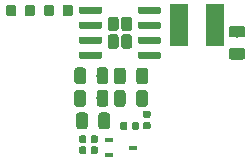
<source format=gtp>
G04 #@! TF.GenerationSoftware,KiCad,Pcbnew,(5.1.4)-1*
G04 #@! TF.CreationDate,2020-03-01T13:43:41+08:00*
G04 #@! TF.ProjectId,Core-Charger,436f7265-2d43-4686-9172-6765722e6b69,rev?*
G04 #@! TF.SameCoordinates,Original*
G04 #@! TF.FileFunction,Paste,Top*
G04 #@! TF.FilePolarity,Positive*
%FSLAX46Y46*%
G04 Gerber Fmt 4.6, Leading zero omitted, Abs format (unit mm)*
G04 Created by KiCad (PCBNEW (5.1.4)-1) date 2020-03-01 13:43:41*
%MOMM*%
%LPD*%
G04 APERTURE LIST*
%ADD10C,0.020000*%
%ADD11C,0.590000*%
%ADD12C,0.975000*%
%ADD13C,0.875000*%
%ADD14R,1.500000X3.600000*%
%ADD15R,0.700000X0.450000*%
%ADD16C,0.920000*%
%ADD17C,0.600000*%
G04 APERTURE END LIST*
D10*
G36*
X139936958Y-94130710D02*
G01*
X139951276Y-94132834D01*
X139965317Y-94136351D01*
X139978946Y-94141228D01*
X139992031Y-94147417D01*
X140004447Y-94154858D01*
X140016073Y-94163481D01*
X140026798Y-94173202D01*
X140036519Y-94183927D01*
X140045142Y-94195553D01*
X140052583Y-94207969D01*
X140058772Y-94221054D01*
X140063649Y-94234683D01*
X140067166Y-94248724D01*
X140069290Y-94263042D01*
X140070000Y-94277500D01*
X140070000Y-94622500D01*
X140069290Y-94636958D01*
X140067166Y-94651276D01*
X140063649Y-94665317D01*
X140058772Y-94678946D01*
X140052583Y-94692031D01*
X140045142Y-94704447D01*
X140036519Y-94716073D01*
X140026798Y-94726798D01*
X140016073Y-94736519D01*
X140004447Y-94745142D01*
X139992031Y-94752583D01*
X139978946Y-94758772D01*
X139965317Y-94763649D01*
X139951276Y-94767166D01*
X139936958Y-94769290D01*
X139922500Y-94770000D01*
X139627500Y-94770000D01*
X139613042Y-94769290D01*
X139598724Y-94767166D01*
X139584683Y-94763649D01*
X139571054Y-94758772D01*
X139557969Y-94752583D01*
X139545553Y-94745142D01*
X139533927Y-94736519D01*
X139523202Y-94726798D01*
X139513481Y-94716073D01*
X139504858Y-94704447D01*
X139497417Y-94692031D01*
X139491228Y-94678946D01*
X139486351Y-94665317D01*
X139482834Y-94651276D01*
X139480710Y-94636958D01*
X139480000Y-94622500D01*
X139480000Y-94277500D01*
X139480710Y-94263042D01*
X139482834Y-94248724D01*
X139486351Y-94234683D01*
X139491228Y-94221054D01*
X139497417Y-94207969D01*
X139504858Y-94195553D01*
X139513481Y-94183927D01*
X139523202Y-94173202D01*
X139533927Y-94163481D01*
X139545553Y-94154858D01*
X139557969Y-94147417D01*
X139571054Y-94141228D01*
X139584683Y-94136351D01*
X139598724Y-94132834D01*
X139613042Y-94130710D01*
X139627500Y-94130000D01*
X139922500Y-94130000D01*
X139936958Y-94130710D01*
X139936958Y-94130710D01*
G37*
D11*
X139775000Y-94450000D03*
D10*
G36*
X138966958Y-94130710D02*
G01*
X138981276Y-94132834D01*
X138995317Y-94136351D01*
X139008946Y-94141228D01*
X139022031Y-94147417D01*
X139034447Y-94154858D01*
X139046073Y-94163481D01*
X139056798Y-94173202D01*
X139066519Y-94183927D01*
X139075142Y-94195553D01*
X139082583Y-94207969D01*
X139088772Y-94221054D01*
X139093649Y-94234683D01*
X139097166Y-94248724D01*
X139099290Y-94263042D01*
X139100000Y-94277500D01*
X139100000Y-94622500D01*
X139099290Y-94636958D01*
X139097166Y-94651276D01*
X139093649Y-94665317D01*
X139088772Y-94678946D01*
X139082583Y-94692031D01*
X139075142Y-94704447D01*
X139066519Y-94716073D01*
X139056798Y-94726798D01*
X139046073Y-94736519D01*
X139034447Y-94745142D01*
X139022031Y-94752583D01*
X139008946Y-94758772D01*
X138995317Y-94763649D01*
X138981276Y-94767166D01*
X138966958Y-94769290D01*
X138952500Y-94770000D01*
X138657500Y-94770000D01*
X138643042Y-94769290D01*
X138628724Y-94767166D01*
X138614683Y-94763649D01*
X138601054Y-94758772D01*
X138587969Y-94752583D01*
X138575553Y-94745142D01*
X138563927Y-94736519D01*
X138553202Y-94726798D01*
X138543481Y-94716073D01*
X138534858Y-94704447D01*
X138527417Y-94692031D01*
X138521228Y-94678946D01*
X138516351Y-94665317D01*
X138512834Y-94651276D01*
X138510710Y-94636958D01*
X138510000Y-94622500D01*
X138510000Y-94277500D01*
X138510710Y-94263042D01*
X138512834Y-94248724D01*
X138516351Y-94234683D01*
X138521228Y-94221054D01*
X138527417Y-94207969D01*
X138534858Y-94195553D01*
X138543481Y-94183927D01*
X138553202Y-94173202D01*
X138563927Y-94163481D01*
X138575553Y-94154858D01*
X138587969Y-94147417D01*
X138601054Y-94141228D01*
X138614683Y-94136351D01*
X138628724Y-94132834D01*
X138643042Y-94130710D01*
X138657500Y-94130000D01*
X138952500Y-94130000D01*
X138966958Y-94130710D01*
X138966958Y-94130710D01*
G37*
D11*
X138805000Y-94450000D03*
D10*
G36*
X138727642Y-91411174D02*
G01*
X138751303Y-91414684D01*
X138774507Y-91420496D01*
X138797029Y-91428554D01*
X138818653Y-91438782D01*
X138839170Y-91451079D01*
X138858383Y-91465329D01*
X138876107Y-91481393D01*
X138892171Y-91499117D01*
X138906421Y-91518330D01*
X138918718Y-91538847D01*
X138928946Y-91560471D01*
X138937004Y-91582993D01*
X138942816Y-91606197D01*
X138946326Y-91629858D01*
X138947500Y-91653750D01*
X138947500Y-92566250D01*
X138946326Y-92590142D01*
X138942816Y-92613803D01*
X138937004Y-92637007D01*
X138928946Y-92659529D01*
X138918718Y-92681153D01*
X138906421Y-92701670D01*
X138892171Y-92720883D01*
X138876107Y-92738607D01*
X138858383Y-92754671D01*
X138839170Y-92768921D01*
X138818653Y-92781218D01*
X138797029Y-92791446D01*
X138774507Y-92799504D01*
X138751303Y-92805316D01*
X138727642Y-92808826D01*
X138703750Y-92810000D01*
X138216250Y-92810000D01*
X138192358Y-92808826D01*
X138168697Y-92805316D01*
X138145493Y-92799504D01*
X138122971Y-92791446D01*
X138101347Y-92781218D01*
X138080830Y-92768921D01*
X138061617Y-92754671D01*
X138043893Y-92738607D01*
X138027829Y-92720883D01*
X138013579Y-92701670D01*
X138001282Y-92681153D01*
X137991054Y-92659529D01*
X137982996Y-92637007D01*
X137977184Y-92613803D01*
X137973674Y-92590142D01*
X137972500Y-92566250D01*
X137972500Y-91653750D01*
X137973674Y-91629858D01*
X137977184Y-91606197D01*
X137982996Y-91582993D01*
X137991054Y-91560471D01*
X138001282Y-91538847D01*
X138013579Y-91518330D01*
X138027829Y-91499117D01*
X138043893Y-91481393D01*
X138061617Y-91465329D01*
X138080830Y-91451079D01*
X138101347Y-91438782D01*
X138122971Y-91428554D01*
X138145493Y-91420496D01*
X138168697Y-91414684D01*
X138192358Y-91411174D01*
X138216250Y-91410000D01*
X138703750Y-91410000D01*
X138727642Y-91411174D01*
X138727642Y-91411174D01*
G37*
D12*
X138460000Y-92110000D03*
D10*
G36*
X140602642Y-91411174D02*
G01*
X140626303Y-91414684D01*
X140649507Y-91420496D01*
X140672029Y-91428554D01*
X140693653Y-91438782D01*
X140714170Y-91451079D01*
X140733383Y-91465329D01*
X140751107Y-91481393D01*
X140767171Y-91499117D01*
X140781421Y-91518330D01*
X140793718Y-91538847D01*
X140803946Y-91560471D01*
X140812004Y-91582993D01*
X140817816Y-91606197D01*
X140821326Y-91629858D01*
X140822500Y-91653750D01*
X140822500Y-92566250D01*
X140821326Y-92590142D01*
X140817816Y-92613803D01*
X140812004Y-92637007D01*
X140803946Y-92659529D01*
X140793718Y-92681153D01*
X140781421Y-92701670D01*
X140767171Y-92720883D01*
X140751107Y-92738607D01*
X140733383Y-92754671D01*
X140714170Y-92768921D01*
X140693653Y-92781218D01*
X140672029Y-92791446D01*
X140649507Y-92799504D01*
X140626303Y-92805316D01*
X140602642Y-92808826D01*
X140578750Y-92810000D01*
X140091250Y-92810000D01*
X140067358Y-92808826D01*
X140043697Y-92805316D01*
X140020493Y-92799504D01*
X139997971Y-92791446D01*
X139976347Y-92781218D01*
X139955830Y-92768921D01*
X139936617Y-92754671D01*
X139918893Y-92738607D01*
X139902829Y-92720883D01*
X139888579Y-92701670D01*
X139876282Y-92681153D01*
X139866054Y-92659529D01*
X139857996Y-92637007D01*
X139852184Y-92613803D01*
X139848674Y-92590142D01*
X139847500Y-92566250D01*
X139847500Y-91653750D01*
X139848674Y-91629858D01*
X139852184Y-91606197D01*
X139857996Y-91582993D01*
X139866054Y-91560471D01*
X139876282Y-91538847D01*
X139888579Y-91518330D01*
X139902829Y-91499117D01*
X139918893Y-91481393D01*
X139936617Y-91465329D01*
X139955830Y-91451079D01*
X139976347Y-91438782D01*
X139997971Y-91428554D01*
X140020493Y-91420496D01*
X140043697Y-91414684D01*
X140067358Y-91411174D01*
X140091250Y-91410000D01*
X140578750Y-91410000D01*
X140602642Y-91411174D01*
X140602642Y-91411174D01*
G37*
D12*
X140335000Y-92110000D03*
D10*
G36*
X148870142Y-87851174D02*
G01*
X148893803Y-87854684D01*
X148917007Y-87860496D01*
X148939529Y-87868554D01*
X148961153Y-87878782D01*
X148981670Y-87891079D01*
X149000883Y-87905329D01*
X149018607Y-87921393D01*
X149034671Y-87939117D01*
X149048921Y-87958330D01*
X149061218Y-87978847D01*
X149071446Y-88000471D01*
X149079504Y-88022993D01*
X149085316Y-88046197D01*
X149088826Y-88069858D01*
X149090000Y-88093750D01*
X149090000Y-88581250D01*
X149088826Y-88605142D01*
X149085316Y-88628803D01*
X149079504Y-88652007D01*
X149071446Y-88674529D01*
X149061218Y-88696153D01*
X149048921Y-88716670D01*
X149034671Y-88735883D01*
X149018607Y-88753607D01*
X149000883Y-88769671D01*
X148981670Y-88783921D01*
X148961153Y-88796218D01*
X148939529Y-88806446D01*
X148917007Y-88814504D01*
X148893803Y-88820316D01*
X148870142Y-88823826D01*
X148846250Y-88825000D01*
X147933750Y-88825000D01*
X147909858Y-88823826D01*
X147886197Y-88820316D01*
X147862993Y-88814504D01*
X147840471Y-88806446D01*
X147818847Y-88796218D01*
X147798330Y-88783921D01*
X147779117Y-88769671D01*
X147761393Y-88753607D01*
X147745329Y-88735883D01*
X147731079Y-88716670D01*
X147718782Y-88696153D01*
X147708554Y-88674529D01*
X147700496Y-88652007D01*
X147694684Y-88628803D01*
X147691174Y-88605142D01*
X147690000Y-88581250D01*
X147690000Y-88093750D01*
X147691174Y-88069858D01*
X147694684Y-88046197D01*
X147700496Y-88022993D01*
X147708554Y-88000471D01*
X147718782Y-87978847D01*
X147731079Y-87958330D01*
X147745329Y-87939117D01*
X147761393Y-87921393D01*
X147779117Y-87905329D01*
X147798330Y-87891079D01*
X147818847Y-87878782D01*
X147840471Y-87868554D01*
X147862993Y-87860496D01*
X147886197Y-87854684D01*
X147909858Y-87851174D01*
X147933750Y-87850000D01*
X148846250Y-87850000D01*
X148870142Y-87851174D01*
X148870142Y-87851174D01*
G37*
D12*
X148390000Y-88337500D03*
D10*
G36*
X148870142Y-85976174D02*
G01*
X148893803Y-85979684D01*
X148917007Y-85985496D01*
X148939529Y-85993554D01*
X148961153Y-86003782D01*
X148981670Y-86016079D01*
X149000883Y-86030329D01*
X149018607Y-86046393D01*
X149034671Y-86064117D01*
X149048921Y-86083330D01*
X149061218Y-86103847D01*
X149071446Y-86125471D01*
X149079504Y-86147993D01*
X149085316Y-86171197D01*
X149088826Y-86194858D01*
X149090000Y-86218750D01*
X149090000Y-86706250D01*
X149088826Y-86730142D01*
X149085316Y-86753803D01*
X149079504Y-86777007D01*
X149071446Y-86799529D01*
X149061218Y-86821153D01*
X149048921Y-86841670D01*
X149034671Y-86860883D01*
X149018607Y-86878607D01*
X149000883Y-86894671D01*
X148981670Y-86908921D01*
X148961153Y-86921218D01*
X148939529Y-86931446D01*
X148917007Y-86939504D01*
X148893803Y-86945316D01*
X148870142Y-86948826D01*
X148846250Y-86950000D01*
X147933750Y-86950000D01*
X147909858Y-86948826D01*
X147886197Y-86945316D01*
X147862993Y-86939504D01*
X147840471Y-86931446D01*
X147818847Y-86921218D01*
X147798330Y-86908921D01*
X147779117Y-86894671D01*
X147761393Y-86878607D01*
X147745329Y-86860883D01*
X147731079Y-86841670D01*
X147718782Y-86821153D01*
X147708554Y-86799529D01*
X147700496Y-86777007D01*
X147694684Y-86753803D01*
X147691174Y-86730142D01*
X147690000Y-86706250D01*
X147690000Y-86218750D01*
X147691174Y-86194858D01*
X147694684Y-86171197D01*
X147700496Y-86147993D01*
X147708554Y-86125471D01*
X147718782Y-86103847D01*
X147731079Y-86083330D01*
X147745329Y-86064117D01*
X147761393Y-86046393D01*
X147779117Y-86030329D01*
X147798330Y-86016079D01*
X147818847Y-86003782D01*
X147840471Y-85993554D01*
X147862993Y-85985496D01*
X147886197Y-85979684D01*
X147909858Y-85976174D01*
X147933750Y-85975000D01*
X148846250Y-85975000D01*
X148870142Y-85976174D01*
X148870142Y-85976174D01*
G37*
D12*
X148390000Y-86462500D03*
D10*
G36*
X135370142Y-91411174D02*
G01*
X135393803Y-91414684D01*
X135417007Y-91420496D01*
X135439529Y-91428554D01*
X135461153Y-91438782D01*
X135481670Y-91451079D01*
X135500883Y-91465329D01*
X135518607Y-91481393D01*
X135534671Y-91499117D01*
X135548921Y-91518330D01*
X135561218Y-91538847D01*
X135571446Y-91560471D01*
X135579504Y-91582993D01*
X135585316Y-91606197D01*
X135588826Y-91629858D01*
X135590000Y-91653750D01*
X135590000Y-92566250D01*
X135588826Y-92590142D01*
X135585316Y-92613803D01*
X135579504Y-92637007D01*
X135571446Y-92659529D01*
X135561218Y-92681153D01*
X135548921Y-92701670D01*
X135534671Y-92720883D01*
X135518607Y-92738607D01*
X135500883Y-92754671D01*
X135481670Y-92768921D01*
X135461153Y-92781218D01*
X135439529Y-92791446D01*
X135417007Y-92799504D01*
X135393803Y-92805316D01*
X135370142Y-92808826D01*
X135346250Y-92810000D01*
X134858750Y-92810000D01*
X134834858Y-92808826D01*
X134811197Y-92805316D01*
X134787993Y-92799504D01*
X134765471Y-92791446D01*
X134743847Y-92781218D01*
X134723330Y-92768921D01*
X134704117Y-92754671D01*
X134686393Y-92738607D01*
X134670329Y-92720883D01*
X134656079Y-92701670D01*
X134643782Y-92681153D01*
X134633554Y-92659529D01*
X134625496Y-92637007D01*
X134619684Y-92613803D01*
X134616174Y-92590142D01*
X134615000Y-92566250D01*
X134615000Y-91653750D01*
X134616174Y-91629858D01*
X134619684Y-91606197D01*
X134625496Y-91582993D01*
X134633554Y-91560471D01*
X134643782Y-91538847D01*
X134656079Y-91518330D01*
X134670329Y-91499117D01*
X134686393Y-91481393D01*
X134704117Y-91465329D01*
X134723330Y-91451079D01*
X134743847Y-91438782D01*
X134765471Y-91428554D01*
X134787993Y-91420496D01*
X134811197Y-91414684D01*
X134834858Y-91411174D01*
X134858750Y-91410000D01*
X135346250Y-91410000D01*
X135370142Y-91411174D01*
X135370142Y-91411174D01*
G37*
D12*
X135102500Y-92110000D03*
D10*
G36*
X137245142Y-91411174D02*
G01*
X137268803Y-91414684D01*
X137292007Y-91420496D01*
X137314529Y-91428554D01*
X137336153Y-91438782D01*
X137356670Y-91451079D01*
X137375883Y-91465329D01*
X137393607Y-91481393D01*
X137409671Y-91499117D01*
X137423921Y-91518330D01*
X137436218Y-91538847D01*
X137446446Y-91560471D01*
X137454504Y-91582993D01*
X137460316Y-91606197D01*
X137463826Y-91629858D01*
X137465000Y-91653750D01*
X137465000Y-92566250D01*
X137463826Y-92590142D01*
X137460316Y-92613803D01*
X137454504Y-92637007D01*
X137446446Y-92659529D01*
X137436218Y-92681153D01*
X137423921Y-92701670D01*
X137409671Y-92720883D01*
X137393607Y-92738607D01*
X137375883Y-92754671D01*
X137356670Y-92768921D01*
X137336153Y-92781218D01*
X137314529Y-92791446D01*
X137292007Y-92799504D01*
X137268803Y-92805316D01*
X137245142Y-92808826D01*
X137221250Y-92810000D01*
X136733750Y-92810000D01*
X136709858Y-92808826D01*
X136686197Y-92805316D01*
X136662993Y-92799504D01*
X136640471Y-92791446D01*
X136618847Y-92781218D01*
X136598330Y-92768921D01*
X136579117Y-92754671D01*
X136561393Y-92738607D01*
X136545329Y-92720883D01*
X136531079Y-92701670D01*
X136518782Y-92681153D01*
X136508554Y-92659529D01*
X136500496Y-92637007D01*
X136494684Y-92613803D01*
X136491174Y-92590142D01*
X136490000Y-92566250D01*
X136490000Y-91653750D01*
X136491174Y-91629858D01*
X136494684Y-91606197D01*
X136500496Y-91582993D01*
X136508554Y-91560471D01*
X136518782Y-91538847D01*
X136531079Y-91518330D01*
X136545329Y-91499117D01*
X136561393Y-91481393D01*
X136579117Y-91465329D01*
X136598330Y-91451079D01*
X136618847Y-91438782D01*
X136640471Y-91428554D01*
X136662993Y-91420496D01*
X136686197Y-91414684D01*
X136709858Y-91411174D01*
X136733750Y-91410000D01*
X137221250Y-91410000D01*
X137245142Y-91411174D01*
X137245142Y-91411174D01*
G37*
D12*
X136977500Y-92110000D03*
D10*
G36*
X137405142Y-93311174D02*
G01*
X137428803Y-93314684D01*
X137452007Y-93320496D01*
X137474529Y-93328554D01*
X137496153Y-93338782D01*
X137516670Y-93351079D01*
X137535883Y-93365329D01*
X137553607Y-93381393D01*
X137569671Y-93399117D01*
X137583921Y-93418330D01*
X137596218Y-93438847D01*
X137606446Y-93460471D01*
X137614504Y-93482993D01*
X137620316Y-93506197D01*
X137623826Y-93529858D01*
X137625000Y-93553750D01*
X137625000Y-94466250D01*
X137623826Y-94490142D01*
X137620316Y-94513803D01*
X137614504Y-94537007D01*
X137606446Y-94559529D01*
X137596218Y-94581153D01*
X137583921Y-94601670D01*
X137569671Y-94620883D01*
X137553607Y-94638607D01*
X137535883Y-94654671D01*
X137516670Y-94668921D01*
X137496153Y-94681218D01*
X137474529Y-94691446D01*
X137452007Y-94699504D01*
X137428803Y-94705316D01*
X137405142Y-94708826D01*
X137381250Y-94710000D01*
X136893750Y-94710000D01*
X136869858Y-94708826D01*
X136846197Y-94705316D01*
X136822993Y-94699504D01*
X136800471Y-94691446D01*
X136778847Y-94681218D01*
X136758330Y-94668921D01*
X136739117Y-94654671D01*
X136721393Y-94638607D01*
X136705329Y-94620883D01*
X136691079Y-94601670D01*
X136678782Y-94581153D01*
X136668554Y-94559529D01*
X136660496Y-94537007D01*
X136654684Y-94513803D01*
X136651174Y-94490142D01*
X136650000Y-94466250D01*
X136650000Y-93553750D01*
X136651174Y-93529858D01*
X136654684Y-93506197D01*
X136660496Y-93482993D01*
X136668554Y-93460471D01*
X136678782Y-93438847D01*
X136691079Y-93418330D01*
X136705329Y-93399117D01*
X136721393Y-93381393D01*
X136739117Y-93365329D01*
X136758330Y-93351079D01*
X136778847Y-93338782D01*
X136800471Y-93328554D01*
X136822993Y-93320496D01*
X136846197Y-93314684D01*
X136869858Y-93311174D01*
X136893750Y-93310000D01*
X137381250Y-93310000D01*
X137405142Y-93311174D01*
X137405142Y-93311174D01*
G37*
D12*
X137137500Y-94010000D03*
D10*
G36*
X135530142Y-93311174D02*
G01*
X135553803Y-93314684D01*
X135577007Y-93320496D01*
X135599529Y-93328554D01*
X135621153Y-93338782D01*
X135641670Y-93351079D01*
X135660883Y-93365329D01*
X135678607Y-93381393D01*
X135694671Y-93399117D01*
X135708921Y-93418330D01*
X135721218Y-93438847D01*
X135731446Y-93460471D01*
X135739504Y-93482993D01*
X135745316Y-93506197D01*
X135748826Y-93529858D01*
X135750000Y-93553750D01*
X135750000Y-94466250D01*
X135748826Y-94490142D01*
X135745316Y-94513803D01*
X135739504Y-94537007D01*
X135731446Y-94559529D01*
X135721218Y-94581153D01*
X135708921Y-94601670D01*
X135694671Y-94620883D01*
X135678607Y-94638607D01*
X135660883Y-94654671D01*
X135641670Y-94668921D01*
X135621153Y-94681218D01*
X135599529Y-94691446D01*
X135577007Y-94699504D01*
X135553803Y-94705316D01*
X135530142Y-94708826D01*
X135506250Y-94710000D01*
X135018750Y-94710000D01*
X134994858Y-94708826D01*
X134971197Y-94705316D01*
X134947993Y-94699504D01*
X134925471Y-94691446D01*
X134903847Y-94681218D01*
X134883330Y-94668921D01*
X134864117Y-94654671D01*
X134846393Y-94638607D01*
X134830329Y-94620883D01*
X134816079Y-94601670D01*
X134803782Y-94581153D01*
X134793554Y-94559529D01*
X134785496Y-94537007D01*
X134779684Y-94513803D01*
X134776174Y-94490142D01*
X134775000Y-94466250D01*
X134775000Y-93553750D01*
X134776174Y-93529858D01*
X134779684Y-93506197D01*
X134785496Y-93482993D01*
X134793554Y-93460471D01*
X134803782Y-93438847D01*
X134816079Y-93418330D01*
X134830329Y-93399117D01*
X134846393Y-93381393D01*
X134864117Y-93365329D01*
X134883330Y-93351079D01*
X134903847Y-93338782D01*
X134925471Y-93328554D01*
X134947993Y-93320496D01*
X134971197Y-93314684D01*
X134994858Y-93311174D01*
X135018750Y-93310000D01*
X135506250Y-93310000D01*
X135530142Y-93311174D01*
X135530142Y-93311174D01*
G37*
D12*
X135262500Y-94010000D03*
D10*
G36*
X135377642Y-89501174D02*
G01*
X135401303Y-89504684D01*
X135424507Y-89510496D01*
X135447029Y-89518554D01*
X135468653Y-89528782D01*
X135489170Y-89541079D01*
X135508383Y-89555329D01*
X135526107Y-89571393D01*
X135542171Y-89589117D01*
X135556421Y-89608330D01*
X135568718Y-89628847D01*
X135578946Y-89650471D01*
X135587004Y-89672993D01*
X135592816Y-89696197D01*
X135596326Y-89719858D01*
X135597500Y-89743750D01*
X135597500Y-90656250D01*
X135596326Y-90680142D01*
X135592816Y-90703803D01*
X135587004Y-90727007D01*
X135578946Y-90749529D01*
X135568718Y-90771153D01*
X135556421Y-90791670D01*
X135542171Y-90810883D01*
X135526107Y-90828607D01*
X135508383Y-90844671D01*
X135489170Y-90858921D01*
X135468653Y-90871218D01*
X135447029Y-90881446D01*
X135424507Y-90889504D01*
X135401303Y-90895316D01*
X135377642Y-90898826D01*
X135353750Y-90900000D01*
X134866250Y-90900000D01*
X134842358Y-90898826D01*
X134818697Y-90895316D01*
X134795493Y-90889504D01*
X134772971Y-90881446D01*
X134751347Y-90871218D01*
X134730830Y-90858921D01*
X134711617Y-90844671D01*
X134693893Y-90828607D01*
X134677829Y-90810883D01*
X134663579Y-90791670D01*
X134651282Y-90771153D01*
X134641054Y-90749529D01*
X134632996Y-90727007D01*
X134627184Y-90703803D01*
X134623674Y-90680142D01*
X134622500Y-90656250D01*
X134622500Y-89743750D01*
X134623674Y-89719858D01*
X134627184Y-89696197D01*
X134632996Y-89672993D01*
X134641054Y-89650471D01*
X134651282Y-89628847D01*
X134663579Y-89608330D01*
X134677829Y-89589117D01*
X134693893Y-89571393D01*
X134711617Y-89555329D01*
X134730830Y-89541079D01*
X134751347Y-89528782D01*
X134772971Y-89518554D01*
X134795493Y-89510496D01*
X134818697Y-89504684D01*
X134842358Y-89501174D01*
X134866250Y-89500000D01*
X135353750Y-89500000D01*
X135377642Y-89501174D01*
X135377642Y-89501174D01*
G37*
D12*
X135110000Y-90200000D03*
D10*
G36*
X137252642Y-89501174D02*
G01*
X137276303Y-89504684D01*
X137299507Y-89510496D01*
X137322029Y-89518554D01*
X137343653Y-89528782D01*
X137364170Y-89541079D01*
X137383383Y-89555329D01*
X137401107Y-89571393D01*
X137417171Y-89589117D01*
X137431421Y-89608330D01*
X137443718Y-89628847D01*
X137453946Y-89650471D01*
X137462004Y-89672993D01*
X137467816Y-89696197D01*
X137471326Y-89719858D01*
X137472500Y-89743750D01*
X137472500Y-90656250D01*
X137471326Y-90680142D01*
X137467816Y-90703803D01*
X137462004Y-90727007D01*
X137453946Y-90749529D01*
X137443718Y-90771153D01*
X137431421Y-90791670D01*
X137417171Y-90810883D01*
X137401107Y-90828607D01*
X137383383Y-90844671D01*
X137364170Y-90858921D01*
X137343653Y-90871218D01*
X137322029Y-90881446D01*
X137299507Y-90889504D01*
X137276303Y-90895316D01*
X137252642Y-90898826D01*
X137228750Y-90900000D01*
X136741250Y-90900000D01*
X136717358Y-90898826D01*
X136693697Y-90895316D01*
X136670493Y-90889504D01*
X136647971Y-90881446D01*
X136626347Y-90871218D01*
X136605830Y-90858921D01*
X136586617Y-90844671D01*
X136568893Y-90828607D01*
X136552829Y-90810883D01*
X136538579Y-90791670D01*
X136526282Y-90771153D01*
X136516054Y-90749529D01*
X136507996Y-90727007D01*
X136502184Y-90703803D01*
X136498674Y-90680142D01*
X136497500Y-90656250D01*
X136497500Y-89743750D01*
X136498674Y-89719858D01*
X136502184Y-89696197D01*
X136507996Y-89672993D01*
X136516054Y-89650471D01*
X136526282Y-89628847D01*
X136538579Y-89608330D01*
X136552829Y-89589117D01*
X136568893Y-89571393D01*
X136586617Y-89555329D01*
X136605830Y-89541079D01*
X136626347Y-89528782D01*
X136647971Y-89518554D01*
X136670493Y-89510496D01*
X136693697Y-89504684D01*
X136717358Y-89501174D01*
X136741250Y-89500000D01*
X137228750Y-89500000D01*
X137252642Y-89501174D01*
X137252642Y-89501174D01*
G37*
D12*
X136985000Y-90200000D03*
D10*
G36*
X129512691Y-84206053D02*
G01*
X129533926Y-84209203D01*
X129554750Y-84214419D01*
X129574962Y-84221651D01*
X129594368Y-84230830D01*
X129612781Y-84241866D01*
X129630024Y-84254654D01*
X129645930Y-84269070D01*
X129660346Y-84284976D01*
X129673134Y-84302219D01*
X129684170Y-84320632D01*
X129693349Y-84340038D01*
X129700581Y-84360250D01*
X129705797Y-84381074D01*
X129708947Y-84402309D01*
X129710000Y-84423750D01*
X129710000Y-84936250D01*
X129708947Y-84957691D01*
X129705797Y-84978926D01*
X129700581Y-84999750D01*
X129693349Y-85019962D01*
X129684170Y-85039368D01*
X129673134Y-85057781D01*
X129660346Y-85075024D01*
X129645930Y-85090930D01*
X129630024Y-85105346D01*
X129612781Y-85118134D01*
X129594368Y-85129170D01*
X129574962Y-85138349D01*
X129554750Y-85145581D01*
X129533926Y-85150797D01*
X129512691Y-85153947D01*
X129491250Y-85155000D01*
X129053750Y-85155000D01*
X129032309Y-85153947D01*
X129011074Y-85150797D01*
X128990250Y-85145581D01*
X128970038Y-85138349D01*
X128950632Y-85129170D01*
X128932219Y-85118134D01*
X128914976Y-85105346D01*
X128899070Y-85090930D01*
X128884654Y-85075024D01*
X128871866Y-85057781D01*
X128860830Y-85039368D01*
X128851651Y-85019962D01*
X128844419Y-84999750D01*
X128839203Y-84978926D01*
X128836053Y-84957691D01*
X128835000Y-84936250D01*
X128835000Y-84423750D01*
X128836053Y-84402309D01*
X128839203Y-84381074D01*
X128844419Y-84360250D01*
X128851651Y-84340038D01*
X128860830Y-84320632D01*
X128871866Y-84302219D01*
X128884654Y-84284976D01*
X128899070Y-84269070D01*
X128914976Y-84254654D01*
X128932219Y-84241866D01*
X128950632Y-84230830D01*
X128970038Y-84221651D01*
X128990250Y-84214419D01*
X129011074Y-84209203D01*
X129032309Y-84206053D01*
X129053750Y-84205000D01*
X129491250Y-84205000D01*
X129512691Y-84206053D01*
X129512691Y-84206053D01*
G37*
D13*
X129272500Y-84680000D03*
D10*
G36*
X131087691Y-84206053D02*
G01*
X131108926Y-84209203D01*
X131129750Y-84214419D01*
X131149962Y-84221651D01*
X131169368Y-84230830D01*
X131187781Y-84241866D01*
X131205024Y-84254654D01*
X131220930Y-84269070D01*
X131235346Y-84284976D01*
X131248134Y-84302219D01*
X131259170Y-84320632D01*
X131268349Y-84340038D01*
X131275581Y-84360250D01*
X131280797Y-84381074D01*
X131283947Y-84402309D01*
X131285000Y-84423750D01*
X131285000Y-84936250D01*
X131283947Y-84957691D01*
X131280797Y-84978926D01*
X131275581Y-84999750D01*
X131268349Y-85019962D01*
X131259170Y-85039368D01*
X131248134Y-85057781D01*
X131235346Y-85075024D01*
X131220930Y-85090930D01*
X131205024Y-85105346D01*
X131187781Y-85118134D01*
X131169368Y-85129170D01*
X131149962Y-85138349D01*
X131129750Y-85145581D01*
X131108926Y-85150797D01*
X131087691Y-85153947D01*
X131066250Y-85155000D01*
X130628750Y-85155000D01*
X130607309Y-85153947D01*
X130586074Y-85150797D01*
X130565250Y-85145581D01*
X130545038Y-85138349D01*
X130525632Y-85129170D01*
X130507219Y-85118134D01*
X130489976Y-85105346D01*
X130474070Y-85090930D01*
X130459654Y-85075024D01*
X130446866Y-85057781D01*
X130435830Y-85039368D01*
X130426651Y-85019962D01*
X130419419Y-84999750D01*
X130414203Y-84978926D01*
X130411053Y-84957691D01*
X130410000Y-84936250D01*
X130410000Y-84423750D01*
X130411053Y-84402309D01*
X130414203Y-84381074D01*
X130419419Y-84360250D01*
X130426651Y-84340038D01*
X130435830Y-84320632D01*
X130446866Y-84302219D01*
X130459654Y-84284976D01*
X130474070Y-84269070D01*
X130489976Y-84254654D01*
X130507219Y-84241866D01*
X130525632Y-84230830D01*
X130545038Y-84221651D01*
X130565250Y-84214419D01*
X130586074Y-84209203D01*
X130607309Y-84206053D01*
X130628750Y-84205000D01*
X131066250Y-84205000D01*
X131087691Y-84206053D01*
X131087691Y-84206053D01*
G37*
D13*
X130847500Y-84680000D03*
D10*
G36*
X132712691Y-84196053D02*
G01*
X132733926Y-84199203D01*
X132754750Y-84204419D01*
X132774962Y-84211651D01*
X132794368Y-84220830D01*
X132812781Y-84231866D01*
X132830024Y-84244654D01*
X132845930Y-84259070D01*
X132860346Y-84274976D01*
X132873134Y-84292219D01*
X132884170Y-84310632D01*
X132893349Y-84330038D01*
X132900581Y-84350250D01*
X132905797Y-84371074D01*
X132908947Y-84392309D01*
X132910000Y-84413750D01*
X132910000Y-84926250D01*
X132908947Y-84947691D01*
X132905797Y-84968926D01*
X132900581Y-84989750D01*
X132893349Y-85009962D01*
X132884170Y-85029368D01*
X132873134Y-85047781D01*
X132860346Y-85065024D01*
X132845930Y-85080930D01*
X132830024Y-85095346D01*
X132812781Y-85108134D01*
X132794368Y-85119170D01*
X132774962Y-85128349D01*
X132754750Y-85135581D01*
X132733926Y-85140797D01*
X132712691Y-85143947D01*
X132691250Y-85145000D01*
X132253750Y-85145000D01*
X132232309Y-85143947D01*
X132211074Y-85140797D01*
X132190250Y-85135581D01*
X132170038Y-85128349D01*
X132150632Y-85119170D01*
X132132219Y-85108134D01*
X132114976Y-85095346D01*
X132099070Y-85080930D01*
X132084654Y-85065024D01*
X132071866Y-85047781D01*
X132060830Y-85029368D01*
X132051651Y-85009962D01*
X132044419Y-84989750D01*
X132039203Y-84968926D01*
X132036053Y-84947691D01*
X132035000Y-84926250D01*
X132035000Y-84413750D01*
X132036053Y-84392309D01*
X132039203Y-84371074D01*
X132044419Y-84350250D01*
X132051651Y-84330038D01*
X132060830Y-84310632D01*
X132071866Y-84292219D01*
X132084654Y-84274976D01*
X132099070Y-84259070D01*
X132114976Y-84244654D01*
X132132219Y-84231866D01*
X132150632Y-84220830D01*
X132170038Y-84211651D01*
X132190250Y-84204419D01*
X132211074Y-84199203D01*
X132232309Y-84196053D01*
X132253750Y-84195000D01*
X132691250Y-84195000D01*
X132712691Y-84196053D01*
X132712691Y-84196053D01*
G37*
D13*
X132472500Y-84670000D03*
D10*
G36*
X134287691Y-84196053D02*
G01*
X134308926Y-84199203D01*
X134329750Y-84204419D01*
X134349962Y-84211651D01*
X134369368Y-84220830D01*
X134387781Y-84231866D01*
X134405024Y-84244654D01*
X134420930Y-84259070D01*
X134435346Y-84274976D01*
X134448134Y-84292219D01*
X134459170Y-84310632D01*
X134468349Y-84330038D01*
X134475581Y-84350250D01*
X134480797Y-84371074D01*
X134483947Y-84392309D01*
X134485000Y-84413750D01*
X134485000Y-84926250D01*
X134483947Y-84947691D01*
X134480797Y-84968926D01*
X134475581Y-84989750D01*
X134468349Y-85009962D01*
X134459170Y-85029368D01*
X134448134Y-85047781D01*
X134435346Y-85065024D01*
X134420930Y-85080930D01*
X134405024Y-85095346D01*
X134387781Y-85108134D01*
X134369368Y-85119170D01*
X134349962Y-85128349D01*
X134329750Y-85135581D01*
X134308926Y-85140797D01*
X134287691Y-85143947D01*
X134266250Y-85145000D01*
X133828750Y-85145000D01*
X133807309Y-85143947D01*
X133786074Y-85140797D01*
X133765250Y-85135581D01*
X133745038Y-85128349D01*
X133725632Y-85119170D01*
X133707219Y-85108134D01*
X133689976Y-85095346D01*
X133674070Y-85080930D01*
X133659654Y-85065024D01*
X133646866Y-85047781D01*
X133635830Y-85029368D01*
X133626651Y-85009962D01*
X133619419Y-84989750D01*
X133614203Y-84968926D01*
X133611053Y-84947691D01*
X133610000Y-84926250D01*
X133610000Y-84413750D01*
X133611053Y-84392309D01*
X133614203Y-84371074D01*
X133619419Y-84350250D01*
X133626651Y-84330038D01*
X133635830Y-84310632D01*
X133646866Y-84292219D01*
X133659654Y-84274976D01*
X133674070Y-84259070D01*
X133689976Y-84244654D01*
X133707219Y-84231866D01*
X133725632Y-84220830D01*
X133745038Y-84211651D01*
X133765250Y-84204419D01*
X133786074Y-84199203D01*
X133807309Y-84196053D01*
X133828750Y-84195000D01*
X134266250Y-84195000D01*
X134287691Y-84196053D01*
X134287691Y-84196053D01*
G37*
D13*
X134047500Y-84670000D03*
D14*
X143435000Y-85900000D03*
X146485000Y-85900000D03*
D15*
X137580000Y-95650000D03*
X137580000Y-96950000D03*
X139580000Y-96300000D03*
D10*
G36*
X136456958Y-95250710D02*
G01*
X136471276Y-95252834D01*
X136485317Y-95256351D01*
X136498946Y-95261228D01*
X136512031Y-95267417D01*
X136524447Y-95274858D01*
X136536073Y-95283481D01*
X136546798Y-95293202D01*
X136556519Y-95303927D01*
X136565142Y-95315553D01*
X136572583Y-95327969D01*
X136578772Y-95341054D01*
X136583649Y-95354683D01*
X136587166Y-95368724D01*
X136589290Y-95383042D01*
X136590000Y-95397500D01*
X136590000Y-95742500D01*
X136589290Y-95756958D01*
X136587166Y-95771276D01*
X136583649Y-95785317D01*
X136578772Y-95798946D01*
X136572583Y-95812031D01*
X136565142Y-95824447D01*
X136556519Y-95836073D01*
X136546798Y-95846798D01*
X136536073Y-95856519D01*
X136524447Y-95865142D01*
X136512031Y-95872583D01*
X136498946Y-95878772D01*
X136485317Y-95883649D01*
X136471276Y-95887166D01*
X136456958Y-95889290D01*
X136442500Y-95890000D01*
X136147500Y-95890000D01*
X136133042Y-95889290D01*
X136118724Y-95887166D01*
X136104683Y-95883649D01*
X136091054Y-95878772D01*
X136077969Y-95872583D01*
X136065553Y-95865142D01*
X136053927Y-95856519D01*
X136043202Y-95846798D01*
X136033481Y-95836073D01*
X136024858Y-95824447D01*
X136017417Y-95812031D01*
X136011228Y-95798946D01*
X136006351Y-95785317D01*
X136002834Y-95771276D01*
X136000710Y-95756958D01*
X136000000Y-95742500D01*
X136000000Y-95397500D01*
X136000710Y-95383042D01*
X136002834Y-95368724D01*
X136006351Y-95354683D01*
X136011228Y-95341054D01*
X136017417Y-95327969D01*
X136024858Y-95315553D01*
X136033481Y-95303927D01*
X136043202Y-95293202D01*
X136053927Y-95283481D01*
X136065553Y-95274858D01*
X136077969Y-95267417D01*
X136091054Y-95261228D01*
X136104683Y-95256351D01*
X136118724Y-95252834D01*
X136133042Y-95250710D01*
X136147500Y-95250000D01*
X136442500Y-95250000D01*
X136456958Y-95250710D01*
X136456958Y-95250710D01*
G37*
D11*
X136295000Y-95570000D03*
D10*
G36*
X135486958Y-95250710D02*
G01*
X135501276Y-95252834D01*
X135515317Y-95256351D01*
X135528946Y-95261228D01*
X135542031Y-95267417D01*
X135554447Y-95274858D01*
X135566073Y-95283481D01*
X135576798Y-95293202D01*
X135586519Y-95303927D01*
X135595142Y-95315553D01*
X135602583Y-95327969D01*
X135608772Y-95341054D01*
X135613649Y-95354683D01*
X135617166Y-95368724D01*
X135619290Y-95383042D01*
X135620000Y-95397500D01*
X135620000Y-95742500D01*
X135619290Y-95756958D01*
X135617166Y-95771276D01*
X135613649Y-95785317D01*
X135608772Y-95798946D01*
X135602583Y-95812031D01*
X135595142Y-95824447D01*
X135586519Y-95836073D01*
X135576798Y-95846798D01*
X135566073Y-95856519D01*
X135554447Y-95865142D01*
X135542031Y-95872583D01*
X135528946Y-95878772D01*
X135515317Y-95883649D01*
X135501276Y-95887166D01*
X135486958Y-95889290D01*
X135472500Y-95890000D01*
X135177500Y-95890000D01*
X135163042Y-95889290D01*
X135148724Y-95887166D01*
X135134683Y-95883649D01*
X135121054Y-95878772D01*
X135107969Y-95872583D01*
X135095553Y-95865142D01*
X135083927Y-95856519D01*
X135073202Y-95846798D01*
X135063481Y-95836073D01*
X135054858Y-95824447D01*
X135047417Y-95812031D01*
X135041228Y-95798946D01*
X135036351Y-95785317D01*
X135032834Y-95771276D01*
X135030710Y-95756958D01*
X135030000Y-95742500D01*
X135030000Y-95397500D01*
X135030710Y-95383042D01*
X135032834Y-95368724D01*
X135036351Y-95354683D01*
X135041228Y-95341054D01*
X135047417Y-95327969D01*
X135054858Y-95315553D01*
X135063481Y-95303927D01*
X135073202Y-95293202D01*
X135083927Y-95283481D01*
X135095553Y-95274858D01*
X135107969Y-95267417D01*
X135121054Y-95261228D01*
X135134683Y-95256351D01*
X135148724Y-95252834D01*
X135163042Y-95250710D01*
X135177500Y-95250000D01*
X135472500Y-95250000D01*
X135486958Y-95250710D01*
X135486958Y-95250710D01*
G37*
D11*
X135325000Y-95570000D03*
D10*
G36*
X136456958Y-96190710D02*
G01*
X136471276Y-96192834D01*
X136485317Y-96196351D01*
X136498946Y-96201228D01*
X136512031Y-96207417D01*
X136524447Y-96214858D01*
X136536073Y-96223481D01*
X136546798Y-96233202D01*
X136556519Y-96243927D01*
X136565142Y-96255553D01*
X136572583Y-96267969D01*
X136578772Y-96281054D01*
X136583649Y-96294683D01*
X136587166Y-96308724D01*
X136589290Y-96323042D01*
X136590000Y-96337500D01*
X136590000Y-96682500D01*
X136589290Y-96696958D01*
X136587166Y-96711276D01*
X136583649Y-96725317D01*
X136578772Y-96738946D01*
X136572583Y-96752031D01*
X136565142Y-96764447D01*
X136556519Y-96776073D01*
X136546798Y-96786798D01*
X136536073Y-96796519D01*
X136524447Y-96805142D01*
X136512031Y-96812583D01*
X136498946Y-96818772D01*
X136485317Y-96823649D01*
X136471276Y-96827166D01*
X136456958Y-96829290D01*
X136442500Y-96830000D01*
X136147500Y-96830000D01*
X136133042Y-96829290D01*
X136118724Y-96827166D01*
X136104683Y-96823649D01*
X136091054Y-96818772D01*
X136077969Y-96812583D01*
X136065553Y-96805142D01*
X136053927Y-96796519D01*
X136043202Y-96786798D01*
X136033481Y-96776073D01*
X136024858Y-96764447D01*
X136017417Y-96752031D01*
X136011228Y-96738946D01*
X136006351Y-96725317D01*
X136002834Y-96711276D01*
X136000710Y-96696958D01*
X136000000Y-96682500D01*
X136000000Y-96337500D01*
X136000710Y-96323042D01*
X136002834Y-96308724D01*
X136006351Y-96294683D01*
X136011228Y-96281054D01*
X136017417Y-96267969D01*
X136024858Y-96255553D01*
X136033481Y-96243927D01*
X136043202Y-96233202D01*
X136053927Y-96223481D01*
X136065553Y-96214858D01*
X136077969Y-96207417D01*
X136091054Y-96201228D01*
X136104683Y-96196351D01*
X136118724Y-96192834D01*
X136133042Y-96190710D01*
X136147500Y-96190000D01*
X136442500Y-96190000D01*
X136456958Y-96190710D01*
X136456958Y-96190710D01*
G37*
D11*
X136295000Y-96510000D03*
D10*
G36*
X135486958Y-96190710D02*
G01*
X135501276Y-96192834D01*
X135515317Y-96196351D01*
X135528946Y-96201228D01*
X135542031Y-96207417D01*
X135554447Y-96214858D01*
X135566073Y-96223481D01*
X135576798Y-96233202D01*
X135586519Y-96243927D01*
X135595142Y-96255553D01*
X135602583Y-96267969D01*
X135608772Y-96281054D01*
X135613649Y-96294683D01*
X135617166Y-96308724D01*
X135619290Y-96323042D01*
X135620000Y-96337500D01*
X135620000Y-96682500D01*
X135619290Y-96696958D01*
X135617166Y-96711276D01*
X135613649Y-96725317D01*
X135608772Y-96738946D01*
X135602583Y-96752031D01*
X135595142Y-96764447D01*
X135586519Y-96776073D01*
X135576798Y-96786798D01*
X135566073Y-96796519D01*
X135554447Y-96805142D01*
X135542031Y-96812583D01*
X135528946Y-96818772D01*
X135515317Y-96823649D01*
X135501276Y-96827166D01*
X135486958Y-96829290D01*
X135472500Y-96830000D01*
X135177500Y-96830000D01*
X135163042Y-96829290D01*
X135148724Y-96827166D01*
X135134683Y-96823649D01*
X135121054Y-96818772D01*
X135107969Y-96812583D01*
X135095553Y-96805142D01*
X135083927Y-96796519D01*
X135073202Y-96786798D01*
X135063481Y-96776073D01*
X135054858Y-96764447D01*
X135047417Y-96752031D01*
X135041228Y-96738946D01*
X135036351Y-96725317D01*
X135032834Y-96711276D01*
X135030710Y-96696958D01*
X135030000Y-96682500D01*
X135030000Y-96337500D01*
X135030710Y-96323042D01*
X135032834Y-96308724D01*
X135036351Y-96294683D01*
X135041228Y-96281054D01*
X135047417Y-96267969D01*
X135054858Y-96255553D01*
X135063481Y-96243927D01*
X135073202Y-96233202D01*
X135083927Y-96223481D01*
X135095553Y-96214858D01*
X135107969Y-96207417D01*
X135121054Y-96201228D01*
X135134683Y-96196351D01*
X135148724Y-96192834D01*
X135163042Y-96190710D01*
X135177500Y-96190000D01*
X135472500Y-96190000D01*
X135486958Y-96190710D01*
X135486958Y-96190710D01*
G37*
D11*
X135325000Y-96510000D03*
D10*
G36*
X140926958Y-93160710D02*
G01*
X140941276Y-93162834D01*
X140955317Y-93166351D01*
X140968946Y-93171228D01*
X140982031Y-93177417D01*
X140994447Y-93184858D01*
X141006073Y-93193481D01*
X141016798Y-93203202D01*
X141026519Y-93213927D01*
X141035142Y-93225553D01*
X141042583Y-93237969D01*
X141048772Y-93251054D01*
X141053649Y-93264683D01*
X141057166Y-93278724D01*
X141059290Y-93293042D01*
X141060000Y-93307500D01*
X141060000Y-93602500D01*
X141059290Y-93616958D01*
X141057166Y-93631276D01*
X141053649Y-93645317D01*
X141048772Y-93658946D01*
X141042583Y-93672031D01*
X141035142Y-93684447D01*
X141026519Y-93696073D01*
X141016798Y-93706798D01*
X141006073Y-93716519D01*
X140994447Y-93725142D01*
X140982031Y-93732583D01*
X140968946Y-93738772D01*
X140955317Y-93743649D01*
X140941276Y-93747166D01*
X140926958Y-93749290D01*
X140912500Y-93750000D01*
X140567500Y-93750000D01*
X140553042Y-93749290D01*
X140538724Y-93747166D01*
X140524683Y-93743649D01*
X140511054Y-93738772D01*
X140497969Y-93732583D01*
X140485553Y-93725142D01*
X140473927Y-93716519D01*
X140463202Y-93706798D01*
X140453481Y-93696073D01*
X140444858Y-93684447D01*
X140437417Y-93672031D01*
X140431228Y-93658946D01*
X140426351Y-93645317D01*
X140422834Y-93631276D01*
X140420710Y-93616958D01*
X140420000Y-93602500D01*
X140420000Y-93307500D01*
X140420710Y-93293042D01*
X140422834Y-93278724D01*
X140426351Y-93264683D01*
X140431228Y-93251054D01*
X140437417Y-93237969D01*
X140444858Y-93225553D01*
X140453481Y-93213927D01*
X140463202Y-93203202D01*
X140473927Y-93193481D01*
X140485553Y-93184858D01*
X140497969Y-93177417D01*
X140511054Y-93171228D01*
X140524683Y-93166351D01*
X140538724Y-93162834D01*
X140553042Y-93160710D01*
X140567500Y-93160000D01*
X140912500Y-93160000D01*
X140926958Y-93160710D01*
X140926958Y-93160710D01*
G37*
D11*
X140740000Y-93455000D03*
D10*
G36*
X140926958Y-94130710D02*
G01*
X140941276Y-94132834D01*
X140955317Y-94136351D01*
X140968946Y-94141228D01*
X140982031Y-94147417D01*
X140994447Y-94154858D01*
X141006073Y-94163481D01*
X141016798Y-94173202D01*
X141026519Y-94183927D01*
X141035142Y-94195553D01*
X141042583Y-94207969D01*
X141048772Y-94221054D01*
X141053649Y-94234683D01*
X141057166Y-94248724D01*
X141059290Y-94263042D01*
X141060000Y-94277500D01*
X141060000Y-94572500D01*
X141059290Y-94586958D01*
X141057166Y-94601276D01*
X141053649Y-94615317D01*
X141048772Y-94628946D01*
X141042583Y-94642031D01*
X141035142Y-94654447D01*
X141026519Y-94666073D01*
X141016798Y-94676798D01*
X141006073Y-94686519D01*
X140994447Y-94695142D01*
X140982031Y-94702583D01*
X140968946Y-94708772D01*
X140955317Y-94713649D01*
X140941276Y-94717166D01*
X140926958Y-94719290D01*
X140912500Y-94720000D01*
X140567500Y-94720000D01*
X140553042Y-94719290D01*
X140538724Y-94717166D01*
X140524683Y-94713649D01*
X140511054Y-94708772D01*
X140497969Y-94702583D01*
X140485553Y-94695142D01*
X140473927Y-94686519D01*
X140463202Y-94676798D01*
X140453481Y-94666073D01*
X140444858Y-94654447D01*
X140437417Y-94642031D01*
X140431228Y-94628946D01*
X140426351Y-94615317D01*
X140422834Y-94601276D01*
X140420710Y-94586958D01*
X140420000Y-94572500D01*
X140420000Y-94277500D01*
X140420710Y-94263042D01*
X140422834Y-94248724D01*
X140426351Y-94234683D01*
X140431228Y-94221054D01*
X140437417Y-94207969D01*
X140444858Y-94195553D01*
X140453481Y-94183927D01*
X140463202Y-94173202D01*
X140473927Y-94163481D01*
X140485553Y-94154858D01*
X140497969Y-94147417D01*
X140511054Y-94141228D01*
X140524683Y-94136351D01*
X140538724Y-94132834D01*
X140553042Y-94130710D01*
X140567500Y-94130000D01*
X140912500Y-94130000D01*
X140926958Y-94130710D01*
X140926958Y-94130710D01*
G37*
D11*
X140740000Y-94425000D03*
D10*
G36*
X138740142Y-89521174D02*
G01*
X138763803Y-89524684D01*
X138787007Y-89530496D01*
X138809529Y-89538554D01*
X138831153Y-89548782D01*
X138851670Y-89561079D01*
X138870883Y-89575329D01*
X138888607Y-89591393D01*
X138904671Y-89609117D01*
X138918921Y-89628330D01*
X138931218Y-89648847D01*
X138941446Y-89670471D01*
X138949504Y-89692993D01*
X138955316Y-89716197D01*
X138958826Y-89739858D01*
X138960000Y-89763750D01*
X138960000Y-90676250D01*
X138958826Y-90700142D01*
X138955316Y-90723803D01*
X138949504Y-90747007D01*
X138941446Y-90769529D01*
X138931218Y-90791153D01*
X138918921Y-90811670D01*
X138904671Y-90830883D01*
X138888607Y-90848607D01*
X138870883Y-90864671D01*
X138851670Y-90878921D01*
X138831153Y-90891218D01*
X138809529Y-90901446D01*
X138787007Y-90909504D01*
X138763803Y-90915316D01*
X138740142Y-90918826D01*
X138716250Y-90920000D01*
X138228750Y-90920000D01*
X138204858Y-90918826D01*
X138181197Y-90915316D01*
X138157993Y-90909504D01*
X138135471Y-90901446D01*
X138113847Y-90891218D01*
X138093330Y-90878921D01*
X138074117Y-90864671D01*
X138056393Y-90848607D01*
X138040329Y-90830883D01*
X138026079Y-90811670D01*
X138013782Y-90791153D01*
X138003554Y-90769529D01*
X137995496Y-90747007D01*
X137989684Y-90723803D01*
X137986174Y-90700142D01*
X137985000Y-90676250D01*
X137985000Y-89763750D01*
X137986174Y-89739858D01*
X137989684Y-89716197D01*
X137995496Y-89692993D01*
X138003554Y-89670471D01*
X138013782Y-89648847D01*
X138026079Y-89628330D01*
X138040329Y-89609117D01*
X138056393Y-89591393D01*
X138074117Y-89575329D01*
X138093330Y-89561079D01*
X138113847Y-89548782D01*
X138135471Y-89538554D01*
X138157993Y-89530496D01*
X138181197Y-89524684D01*
X138204858Y-89521174D01*
X138228750Y-89520000D01*
X138716250Y-89520000D01*
X138740142Y-89521174D01*
X138740142Y-89521174D01*
G37*
D12*
X138472500Y-90220000D03*
D10*
G36*
X140615142Y-89521174D02*
G01*
X140638803Y-89524684D01*
X140662007Y-89530496D01*
X140684529Y-89538554D01*
X140706153Y-89548782D01*
X140726670Y-89561079D01*
X140745883Y-89575329D01*
X140763607Y-89591393D01*
X140779671Y-89609117D01*
X140793921Y-89628330D01*
X140806218Y-89648847D01*
X140816446Y-89670471D01*
X140824504Y-89692993D01*
X140830316Y-89716197D01*
X140833826Y-89739858D01*
X140835000Y-89763750D01*
X140835000Y-90676250D01*
X140833826Y-90700142D01*
X140830316Y-90723803D01*
X140824504Y-90747007D01*
X140816446Y-90769529D01*
X140806218Y-90791153D01*
X140793921Y-90811670D01*
X140779671Y-90830883D01*
X140763607Y-90848607D01*
X140745883Y-90864671D01*
X140726670Y-90878921D01*
X140706153Y-90891218D01*
X140684529Y-90901446D01*
X140662007Y-90909504D01*
X140638803Y-90915316D01*
X140615142Y-90918826D01*
X140591250Y-90920000D01*
X140103750Y-90920000D01*
X140079858Y-90918826D01*
X140056197Y-90915316D01*
X140032993Y-90909504D01*
X140010471Y-90901446D01*
X139988847Y-90891218D01*
X139968330Y-90878921D01*
X139949117Y-90864671D01*
X139931393Y-90848607D01*
X139915329Y-90830883D01*
X139901079Y-90811670D01*
X139888782Y-90791153D01*
X139878554Y-90769529D01*
X139870496Y-90747007D01*
X139864684Y-90723803D01*
X139861174Y-90700142D01*
X139860000Y-90676250D01*
X139860000Y-89763750D01*
X139861174Y-89739858D01*
X139864684Y-89716197D01*
X139870496Y-89692993D01*
X139878554Y-89670471D01*
X139888782Y-89648847D01*
X139901079Y-89628330D01*
X139915329Y-89609117D01*
X139931393Y-89591393D01*
X139949117Y-89575329D01*
X139968330Y-89561079D01*
X139988847Y-89548782D01*
X140010471Y-89538554D01*
X140032993Y-89530496D01*
X140056197Y-89524684D01*
X140079858Y-89521174D01*
X140103750Y-89520000D01*
X140591250Y-89520000D01*
X140615142Y-89521174D01*
X140615142Y-89521174D01*
G37*
D12*
X140347500Y-90220000D03*
D10*
G36*
X138152544Y-85196108D02*
G01*
X138174871Y-85199419D01*
X138196765Y-85204904D01*
X138218017Y-85212508D01*
X138238421Y-85222158D01*
X138257781Y-85233762D01*
X138275910Y-85247208D01*
X138292635Y-85262365D01*
X138307792Y-85279090D01*
X138321238Y-85297219D01*
X138332842Y-85316579D01*
X138342492Y-85336983D01*
X138350096Y-85358235D01*
X138355581Y-85380129D01*
X138358892Y-85402456D01*
X138360000Y-85425000D01*
X138360000Y-86175000D01*
X138358892Y-86197544D01*
X138355581Y-86219871D01*
X138350096Y-86241765D01*
X138342492Y-86263017D01*
X138332842Y-86283421D01*
X138321238Y-86302781D01*
X138307792Y-86320910D01*
X138292635Y-86337635D01*
X138275910Y-86352792D01*
X138257781Y-86366238D01*
X138238421Y-86377842D01*
X138218017Y-86387492D01*
X138196765Y-86395096D01*
X138174871Y-86400581D01*
X138152544Y-86403892D01*
X138130000Y-86405000D01*
X137670000Y-86405000D01*
X137647456Y-86403892D01*
X137625129Y-86400581D01*
X137603235Y-86395096D01*
X137581983Y-86387492D01*
X137561579Y-86377842D01*
X137542219Y-86366238D01*
X137524090Y-86352792D01*
X137507365Y-86337635D01*
X137492208Y-86320910D01*
X137478762Y-86302781D01*
X137467158Y-86283421D01*
X137457508Y-86263017D01*
X137449904Y-86241765D01*
X137444419Y-86219871D01*
X137441108Y-86197544D01*
X137440000Y-86175000D01*
X137440000Y-85425000D01*
X137441108Y-85402456D01*
X137444419Y-85380129D01*
X137449904Y-85358235D01*
X137457508Y-85336983D01*
X137467158Y-85316579D01*
X137478762Y-85297219D01*
X137492208Y-85279090D01*
X137507365Y-85262365D01*
X137524090Y-85247208D01*
X137542219Y-85233762D01*
X137561579Y-85222158D01*
X137581983Y-85212508D01*
X137603235Y-85204904D01*
X137625129Y-85199419D01*
X137647456Y-85196108D01*
X137670000Y-85195000D01*
X138130000Y-85195000D01*
X138152544Y-85196108D01*
X138152544Y-85196108D01*
G37*
D16*
X137900000Y-85800000D03*
D10*
G36*
X138152544Y-86696108D02*
G01*
X138174871Y-86699419D01*
X138196765Y-86704904D01*
X138218017Y-86712508D01*
X138238421Y-86722158D01*
X138257781Y-86733762D01*
X138275910Y-86747208D01*
X138292635Y-86762365D01*
X138307792Y-86779090D01*
X138321238Y-86797219D01*
X138332842Y-86816579D01*
X138342492Y-86836983D01*
X138350096Y-86858235D01*
X138355581Y-86880129D01*
X138358892Y-86902456D01*
X138360000Y-86925000D01*
X138360000Y-87675000D01*
X138358892Y-87697544D01*
X138355581Y-87719871D01*
X138350096Y-87741765D01*
X138342492Y-87763017D01*
X138332842Y-87783421D01*
X138321238Y-87802781D01*
X138307792Y-87820910D01*
X138292635Y-87837635D01*
X138275910Y-87852792D01*
X138257781Y-87866238D01*
X138238421Y-87877842D01*
X138218017Y-87887492D01*
X138196765Y-87895096D01*
X138174871Y-87900581D01*
X138152544Y-87903892D01*
X138130000Y-87905000D01*
X137670000Y-87905000D01*
X137647456Y-87903892D01*
X137625129Y-87900581D01*
X137603235Y-87895096D01*
X137581983Y-87887492D01*
X137561579Y-87877842D01*
X137542219Y-87866238D01*
X137524090Y-87852792D01*
X137507365Y-87837635D01*
X137492208Y-87820910D01*
X137478762Y-87802781D01*
X137467158Y-87783421D01*
X137457508Y-87763017D01*
X137449904Y-87741765D01*
X137444419Y-87719871D01*
X137441108Y-87697544D01*
X137440000Y-87675000D01*
X137440000Y-86925000D01*
X137441108Y-86902456D01*
X137444419Y-86880129D01*
X137449904Y-86858235D01*
X137457508Y-86836983D01*
X137467158Y-86816579D01*
X137478762Y-86797219D01*
X137492208Y-86779090D01*
X137507365Y-86762365D01*
X137524090Y-86747208D01*
X137542219Y-86733762D01*
X137561579Y-86722158D01*
X137581983Y-86712508D01*
X137603235Y-86704904D01*
X137625129Y-86699419D01*
X137647456Y-86696108D01*
X137670000Y-86695000D01*
X138130000Y-86695000D01*
X138152544Y-86696108D01*
X138152544Y-86696108D01*
G37*
D16*
X137900000Y-87300000D03*
D10*
G36*
X139292544Y-85196108D02*
G01*
X139314871Y-85199419D01*
X139336765Y-85204904D01*
X139358017Y-85212508D01*
X139378421Y-85222158D01*
X139397781Y-85233762D01*
X139415910Y-85247208D01*
X139432635Y-85262365D01*
X139447792Y-85279090D01*
X139461238Y-85297219D01*
X139472842Y-85316579D01*
X139482492Y-85336983D01*
X139490096Y-85358235D01*
X139495581Y-85380129D01*
X139498892Y-85402456D01*
X139500000Y-85425000D01*
X139500000Y-86175000D01*
X139498892Y-86197544D01*
X139495581Y-86219871D01*
X139490096Y-86241765D01*
X139482492Y-86263017D01*
X139472842Y-86283421D01*
X139461238Y-86302781D01*
X139447792Y-86320910D01*
X139432635Y-86337635D01*
X139415910Y-86352792D01*
X139397781Y-86366238D01*
X139378421Y-86377842D01*
X139358017Y-86387492D01*
X139336765Y-86395096D01*
X139314871Y-86400581D01*
X139292544Y-86403892D01*
X139270000Y-86405000D01*
X138810000Y-86405000D01*
X138787456Y-86403892D01*
X138765129Y-86400581D01*
X138743235Y-86395096D01*
X138721983Y-86387492D01*
X138701579Y-86377842D01*
X138682219Y-86366238D01*
X138664090Y-86352792D01*
X138647365Y-86337635D01*
X138632208Y-86320910D01*
X138618762Y-86302781D01*
X138607158Y-86283421D01*
X138597508Y-86263017D01*
X138589904Y-86241765D01*
X138584419Y-86219871D01*
X138581108Y-86197544D01*
X138580000Y-86175000D01*
X138580000Y-85425000D01*
X138581108Y-85402456D01*
X138584419Y-85380129D01*
X138589904Y-85358235D01*
X138597508Y-85336983D01*
X138607158Y-85316579D01*
X138618762Y-85297219D01*
X138632208Y-85279090D01*
X138647365Y-85262365D01*
X138664090Y-85247208D01*
X138682219Y-85233762D01*
X138701579Y-85222158D01*
X138721983Y-85212508D01*
X138743235Y-85204904D01*
X138765129Y-85199419D01*
X138787456Y-85196108D01*
X138810000Y-85195000D01*
X139270000Y-85195000D01*
X139292544Y-85196108D01*
X139292544Y-85196108D01*
G37*
D16*
X139040000Y-85800000D03*
D10*
G36*
X139292544Y-86696108D02*
G01*
X139314871Y-86699419D01*
X139336765Y-86704904D01*
X139358017Y-86712508D01*
X139378421Y-86722158D01*
X139397781Y-86733762D01*
X139415910Y-86747208D01*
X139432635Y-86762365D01*
X139447792Y-86779090D01*
X139461238Y-86797219D01*
X139472842Y-86816579D01*
X139482492Y-86836983D01*
X139490096Y-86858235D01*
X139495581Y-86880129D01*
X139498892Y-86902456D01*
X139500000Y-86925000D01*
X139500000Y-87675000D01*
X139498892Y-87697544D01*
X139495581Y-87719871D01*
X139490096Y-87741765D01*
X139482492Y-87763017D01*
X139472842Y-87783421D01*
X139461238Y-87802781D01*
X139447792Y-87820910D01*
X139432635Y-87837635D01*
X139415910Y-87852792D01*
X139397781Y-87866238D01*
X139378421Y-87877842D01*
X139358017Y-87887492D01*
X139336765Y-87895096D01*
X139314871Y-87900581D01*
X139292544Y-87903892D01*
X139270000Y-87905000D01*
X138810000Y-87905000D01*
X138787456Y-87903892D01*
X138765129Y-87900581D01*
X138743235Y-87895096D01*
X138721983Y-87887492D01*
X138701579Y-87877842D01*
X138682219Y-87866238D01*
X138664090Y-87852792D01*
X138647365Y-87837635D01*
X138632208Y-87820910D01*
X138618762Y-87802781D01*
X138607158Y-87783421D01*
X138597508Y-87763017D01*
X138589904Y-87741765D01*
X138584419Y-87719871D01*
X138581108Y-87697544D01*
X138580000Y-87675000D01*
X138580000Y-86925000D01*
X138581108Y-86902456D01*
X138584419Y-86880129D01*
X138589904Y-86858235D01*
X138597508Y-86836983D01*
X138607158Y-86816579D01*
X138618762Y-86797219D01*
X138632208Y-86779090D01*
X138647365Y-86762365D01*
X138664090Y-86747208D01*
X138682219Y-86733762D01*
X138701579Y-86722158D01*
X138721983Y-86712508D01*
X138743235Y-86704904D01*
X138765129Y-86699419D01*
X138787456Y-86696108D01*
X138810000Y-86695000D01*
X139270000Y-86695000D01*
X139292544Y-86696108D01*
X139292544Y-86696108D01*
G37*
D16*
X139040000Y-87300000D03*
D10*
G36*
X136834703Y-84345722D02*
G01*
X136849264Y-84347882D01*
X136863543Y-84351459D01*
X136877403Y-84356418D01*
X136890710Y-84362712D01*
X136903336Y-84370280D01*
X136915159Y-84379048D01*
X136926066Y-84388934D01*
X136935952Y-84399841D01*
X136944720Y-84411664D01*
X136952288Y-84424290D01*
X136958582Y-84437597D01*
X136963541Y-84451457D01*
X136967118Y-84465736D01*
X136969278Y-84480297D01*
X136970000Y-84495000D01*
X136970000Y-84795000D01*
X136969278Y-84809703D01*
X136967118Y-84824264D01*
X136963541Y-84838543D01*
X136958582Y-84852403D01*
X136952288Y-84865710D01*
X136944720Y-84878336D01*
X136935952Y-84890159D01*
X136926066Y-84901066D01*
X136915159Y-84910952D01*
X136903336Y-84919720D01*
X136890710Y-84927288D01*
X136877403Y-84933582D01*
X136863543Y-84938541D01*
X136849264Y-84942118D01*
X136834703Y-84944278D01*
X136820000Y-84945000D01*
X135170000Y-84945000D01*
X135155297Y-84944278D01*
X135140736Y-84942118D01*
X135126457Y-84938541D01*
X135112597Y-84933582D01*
X135099290Y-84927288D01*
X135086664Y-84919720D01*
X135074841Y-84910952D01*
X135063934Y-84901066D01*
X135054048Y-84890159D01*
X135045280Y-84878336D01*
X135037712Y-84865710D01*
X135031418Y-84852403D01*
X135026459Y-84838543D01*
X135022882Y-84824264D01*
X135020722Y-84809703D01*
X135020000Y-84795000D01*
X135020000Y-84495000D01*
X135020722Y-84480297D01*
X135022882Y-84465736D01*
X135026459Y-84451457D01*
X135031418Y-84437597D01*
X135037712Y-84424290D01*
X135045280Y-84411664D01*
X135054048Y-84399841D01*
X135063934Y-84388934D01*
X135074841Y-84379048D01*
X135086664Y-84370280D01*
X135099290Y-84362712D01*
X135112597Y-84356418D01*
X135126457Y-84351459D01*
X135140736Y-84347882D01*
X135155297Y-84345722D01*
X135170000Y-84345000D01*
X136820000Y-84345000D01*
X136834703Y-84345722D01*
X136834703Y-84345722D01*
G37*
D17*
X135995000Y-84645000D03*
D10*
G36*
X136834703Y-85615722D02*
G01*
X136849264Y-85617882D01*
X136863543Y-85621459D01*
X136877403Y-85626418D01*
X136890710Y-85632712D01*
X136903336Y-85640280D01*
X136915159Y-85649048D01*
X136926066Y-85658934D01*
X136935952Y-85669841D01*
X136944720Y-85681664D01*
X136952288Y-85694290D01*
X136958582Y-85707597D01*
X136963541Y-85721457D01*
X136967118Y-85735736D01*
X136969278Y-85750297D01*
X136970000Y-85765000D01*
X136970000Y-86065000D01*
X136969278Y-86079703D01*
X136967118Y-86094264D01*
X136963541Y-86108543D01*
X136958582Y-86122403D01*
X136952288Y-86135710D01*
X136944720Y-86148336D01*
X136935952Y-86160159D01*
X136926066Y-86171066D01*
X136915159Y-86180952D01*
X136903336Y-86189720D01*
X136890710Y-86197288D01*
X136877403Y-86203582D01*
X136863543Y-86208541D01*
X136849264Y-86212118D01*
X136834703Y-86214278D01*
X136820000Y-86215000D01*
X135170000Y-86215000D01*
X135155297Y-86214278D01*
X135140736Y-86212118D01*
X135126457Y-86208541D01*
X135112597Y-86203582D01*
X135099290Y-86197288D01*
X135086664Y-86189720D01*
X135074841Y-86180952D01*
X135063934Y-86171066D01*
X135054048Y-86160159D01*
X135045280Y-86148336D01*
X135037712Y-86135710D01*
X135031418Y-86122403D01*
X135026459Y-86108543D01*
X135022882Y-86094264D01*
X135020722Y-86079703D01*
X135020000Y-86065000D01*
X135020000Y-85765000D01*
X135020722Y-85750297D01*
X135022882Y-85735736D01*
X135026459Y-85721457D01*
X135031418Y-85707597D01*
X135037712Y-85694290D01*
X135045280Y-85681664D01*
X135054048Y-85669841D01*
X135063934Y-85658934D01*
X135074841Y-85649048D01*
X135086664Y-85640280D01*
X135099290Y-85632712D01*
X135112597Y-85626418D01*
X135126457Y-85621459D01*
X135140736Y-85617882D01*
X135155297Y-85615722D01*
X135170000Y-85615000D01*
X136820000Y-85615000D01*
X136834703Y-85615722D01*
X136834703Y-85615722D01*
G37*
D17*
X135995000Y-85915000D03*
D10*
G36*
X136834703Y-86885722D02*
G01*
X136849264Y-86887882D01*
X136863543Y-86891459D01*
X136877403Y-86896418D01*
X136890710Y-86902712D01*
X136903336Y-86910280D01*
X136915159Y-86919048D01*
X136926066Y-86928934D01*
X136935952Y-86939841D01*
X136944720Y-86951664D01*
X136952288Y-86964290D01*
X136958582Y-86977597D01*
X136963541Y-86991457D01*
X136967118Y-87005736D01*
X136969278Y-87020297D01*
X136970000Y-87035000D01*
X136970000Y-87335000D01*
X136969278Y-87349703D01*
X136967118Y-87364264D01*
X136963541Y-87378543D01*
X136958582Y-87392403D01*
X136952288Y-87405710D01*
X136944720Y-87418336D01*
X136935952Y-87430159D01*
X136926066Y-87441066D01*
X136915159Y-87450952D01*
X136903336Y-87459720D01*
X136890710Y-87467288D01*
X136877403Y-87473582D01*
X136863543Y-87478541D01*
X136849264Y-87482118D01*
X136834703Y-87484278D01*
X136820000Y-87485000D01*
X135170000Y-87485000D01*
X135155297Y-87484278D01*
X135140736Y-87482118D01*
X135126457Y-87478541D01*
X135112597Y-87473582D01*
X135099290Y-87467288D01*
X135086664Y-87459720D01*
X135074841Y-87450952D01*
X135063934Y-87441066D01*
X135054048Y-87430159D01*
X135045280Y-87418336D01*
X135037712Y-87405710D01*
X135031418Y-87392403D01*
X135026459Y-87378543D01*
X135022882Y-87364264D01*
X135020722Y-87349703D01*
X135020000Y-87335000D01*
X135020000Y-87035000D01*
X135020722Y-87020297D01*
X135022882Y-87005736D01*
X135026459Y-86991457D01*
X135031418Y-86977597D01*
X135037712Y-86964290D01*
X135045280Y-86951664D01*
X135054048Y-86939841D01*
X135063934Y-86928934D01*
X135074841Y-86919048D01*
X135086664Y-86910280D01*
X135099290Y-86902712D01*
X135112597Y-86896418D01*
X135126457Y-86891459D01*
X135140736Y-86887882D01*
X135155297Y-86885722D01*
X135170000Y-86885000D01*
X136820000Y-86885000D01*
X136834703Y-86885722D01*
X136834703Y-86885722D01*
G37*
D17*
X135995000Y-87185000D03*
D10*
G36*
X136834703Y-88155722D02*
G01*
X136849264Y-88157882D01*
X136863543Y-88161459D01*
X136877403Y-88166418D01*
X136890710Y-88172712D01*
X136903336Y-88180280D01*
X136915159Y-88189048D01*
X136926066Y-88198934D01*
X136935952Y-88209841D01*
X136944720Y-88221664D01*
X136952288Y-88234290D01*
X136958582Y-88247597D01*
X136963541Y-88261457D01*
X136967118Y-88275736D01*
X136969278Y-88290297D01*
X136970000Y-88305000D01*
X136970000Y-88605000D01*
X136969278Y-88619703D01*
X136967118Y-88634264D01*
X136963541Y-88648543D01*
X136958582Y-88662403D01*
X136952288Y-88675710D01*
X136944720Y-88688336D01*
X136935952Y-88700159D01*
X136926066Y-88711066D01*
X136915159Y-88720952D01*
X136903336Y-88729720D01*
X136890710Y-88737288D01*
X136877403Y-88743582D01*
X136863543Y-88748541D01*
X136849264Y-88752118D01*
X136834703Y-88754278D01*
X136820000Y-88755000D01*
X135170000Y-88755000D01*
X135155297Y-88754278D01*
X135140736Y-88752118D01*
X135126457Y-88748541D01*
X135112597Y-88743582D01*
X135099290Y-88737288D01*
X135086664Y-88729720D01*
X135074841Y-88720952D01*
X135063934Y-88711066D01*
X135054048Y-88700159D01*
X135045280Y-88688336D01*
X135037712Y-88675710D01*
X135031418Y-88662403D01*
X135026459Y-88648543D01*
X135022882Y-88634264D01*
X135020722Y-88619703D01*
X135020000Y-88605000D01*
X135020000Y-88305000D01*
X135020722Y-88290297D01*
X135022882Y-88275736D01*
X135026459Y-88261457D01*
X135031418Y-88247597D01*
X135037712Y-88234290D01*
X135045280Y-88221664D01*
X135054048Y-88209841D01*
X135063934Y-88198934D01*
X135074841Y-88189048D01*
X135086664Y-88180280D01*
X135099290Y-88172712D01*
X135112597Y-88166418D01*
X135126457Y-88161459D01*
X135140736Y-88157882D01*
X135155297Y-88155722D01*
X135170000Y-88155000D01*
X136820000Y-88155000D01*
X136834703Y-88155722D01*
X136834703Y-88155722D01*
G37*
D17*
X135995000Y-88455000D03*
D10*
G36*
X141784703Y-88155722D02*
G01*
X141799264Y-88157882D01*
X141813543Y-88161459D01*
X141827403Y-88166418D01*
X141840710Y-88172712D01*
X141853336Y-88180280D01*
X141865159Y-88189048D01*
X141876066Y-88198934D01*
X141885952Y-88209841D01*
X141894720Y-88221664D01*
X141902288Y-88234290D01*
X141908582Y-88247597D01*
X141913541Y-88261457D01*
X141917118Y-88275736D01*
X141919278Y-88290297D01*
X141920000Y-88305000D01*
X141920000Y-88605000D01*
X141919278Y-88619703D01*
X141917118Y-88634264D01*
X141913541Y-88648543D01*
X141908582Y-88662403D01*
X141902288Y-88675710D01*
X141894720Y-88688336D01*
X141885952Y-88700159D01*
X141876066Y-88711066D01*
X141865159Y-88720952D01*
X141853336Y-88729720D01*
X141840710Y-88737288D01*
X141827403Y-88743582D01*
X141813543Y-88748541D01*
X141799264Y-88752118D01*
X141784703Y-88754278D01*
X141770000Y-88755000D01*
X140120000Y-88755000D01*
X140105297Y-88754278D01*
X140090736Y-88752118D01*
X140076457Y-88748541D01*
X140062597Y-88743582D01*
X140049290Y-88737288D01*
X140036664Y-88729720D01*
X140024841Y-88720952D01*
X140013934Y-88711066D01*
X140004048Y-88700159D01*
X139995280Y-88688336D01*
X139987712Y-88675710D01*
X139981418Y-88662403D01*
X139976459Y-88648543D01*
X139972882Y-88634264D01*
X139970722Y-88619703D01*
X139970000Y-88605000D01*
X139970000Y-88305000D01*
X139970722Y-88290297D01*
X139972882Y-88275736D01*
X139976459Y-88261457D01*
X139981418Y-88247597D01*
X139987712Y-88234290D01*
X139995280Y-88221664D01*
X140004048Y-88209841D01*
X140013934Y-88198934D01*
X140024841Y-88189048D01*
X140036664Y-88180280D01*
X140049290Y-88172712D01*
X140062597Y-88166418D01*
X140076457Y-88161459D01*
X140090736Y-88157882D01*
X140105297Y-88155722D01*
X140120000Y-88155000D01*
X141770000Y-88155000D01*
X141784703Y-88155722D01*
X141784703Y-88155722D01*
G37*
D17*
X140945000Y-88455000D03*
D10*
G36*
X141784703Y-86885722D02*
G01*
X141799264Y-86887882D01*
X141813543Y-86891459D01*
X141827403Y-86896418D01*
X141840710Y-86902712D01*
X141853336Y-86910280D01*
X141865159Y-86919048D01*
X141876066Y-86928934D01*
X141885952Y-86939841D01*
X141894720Y-86951664D01*
X141902288Y-86964290D01*
X141908582Y-86977597D01*
X141913541Y-86991457D01*
X141917118Y-87005736D01*
X141919278Y-87020297D01*
X141920000Y-87035000D01*
X141920000Y-87335000D01*
X141919278Y-87349703D01*
X141917118Y-87364264D01*
X141913541Y-87378543D01*
X141908582Y-87392403D01*
X141902288Y-87405710D01*
X141894720Y-87418336D01*
X141885952Y-87430159D01*
X141876066Y-87441066D01*
X141865159Y-87450952D01*
X141853336Y-87459720D01*
X141840710Y-87467288D01*
X141827403Y-87473582D01*
X141813543Y-87478541D01*
X141799264Y-87482118D01*
X141784703Y-87484278D01*
X141770000Y-87485000D01*
X140120000Y-87485000D01*
X140105297Y-87484278D01*
X140090736Y-87482118D01*
X140076457Y-87478541D01*
X140062597Y-87473582D01*
X140049290Y-87467288D01*
X140036664Y-87459720D01*
X140024841Y-87450952D01*
X140013934Y-87441066D01*
X140004048Y-87430159D01*
X139995280Y-87418336D01*
X139987712Y-87405710D01*
X139981418Y-87392403D01*
X139976459Y-87378543D01*
X139972882Y-87364264D01*
X139970722Y-87349703D01*
X139970000Y-87335000D01*
X139970000Y-87035000D01*
X139970722Y-87020297D01*
X139972882Y-87005736D01*
X139976459Y-86991457D01*
X139981418Y-86977597D01*
X139987712Y-86964290D01*
X139995280Y-86951664D01*
X140004048Y-86939841D01*
X140013934Y-86928934D01*
X140024841Y-86919048D01*
X140036664Y-86910280D01*
X140049290Y-86902712D01*
X140062597Y-86896418D01*
X140076457Y-86891459D01*
X140090736Y-86887882D01*
X140105297Y-86885722D01*
X140120000Y-86885000D01*
X141770000Y-86885000D01*
X141784703Y-86885722D01*
X141784703Y-86885722D01*
G37*
D17*
X140945000Y-87185000D03*
D10*
G36*
X141784703Y-85615722D02*
G01*
X141799264Y-85617882D01*
X141813543Y-85621459D01*
X141827403Y-85626418D01*
X141840710Y-85632712D01*
X141853336Y-85640280D01*
X141865159Y-85649048D01*
X141876066Y-85658934D01*
X141885952Y-85669841D01*
X141894720Y-85681664D01*
X141902288Y-85694290D01*
X141908582Y-85707597D01*
X141913541Y-85721457D01*
X141917118Y-85735736D01*
X141919278Y-85750297D01*
X141920000Y-85765000D01*
X141920000Y-86065000D01*
X141919278Y-86079703D01*
X141917118Y-86094264D01*
X141913541Y-86108543D01*
X141908582Y-86122403D01*
X141902288Y-86135710D01*
X141894720Y-86148336D01*
X141885952Y-86160159D01*
X141876066Y-86171066D01*
X141865159Y-86180952D01*
X141853336Y-86189720D01*
X141840710Y-86197288D01*
X141827403Y-86203582D01*
X141813543Y-86208541D01*
X141799264Y-86212118D01*
X141784703Y-86214278D01*
X141770000Y-86215000D01*
X140120000Y-86215000D01*
X140105297Y-86214278D01*
X140090736Y-86212118D01*
X140076457Y-86208541D01*
X140062597Y-86203582D01*
X140049290Y-86197288D01*
X140036664Y-86189720D01*
X140024841Y-86180952D01*
X140013934Y-86171066D01*
X140004048Y-86160159D01*
X139995280Y-86148336D01*
X139987712Y-86135710D01*
X139981418Y-86122403D01*
X139976459Y-86108543D01*
X139972882Y-86094264D01*
X139970722Y-86079703D01*
X139970000Y-86065000D01*
X139970000Y-85765000D01*
X139970722Y-85750297D01*
X139972882Y-85735736D01*
X139976459Y-85721457D01*
X139981418Y-85707597D01*
X139987712Y-85694290D01*
X139995280Y-85681664D01*
X140004048Y-85669841D01*
X140013934Y-85658934D01*
X140024841Y-85649048D01*
X140036664Y-85640280D01*
X140049290Y-85632712D01*
X140062597Y-85626418D01*
X140076457Y-85621459D01*
X140090736Y-85617882D01*
X140105297Y-85615722D01*
X140120000Y-85615000D01*
X141770000Y-85615000D01*
X141784703Y-85615722D01*
X141784703Y-85615722D01*
G37*
D17*
X140945000Y-85915000D03*
D10*
G36*
X141784703Y-84345722D02*
G01*
X141799264Y-84347882D01*
X141813543Y-84351459D01*
X141827403Y-84356418D01*
X141840710Y-84362712D01*
X141853336Y-84370280D01*
X141865159Y-84379048D01*
X141876066Y-84388934D01*
X141885952Y-84399841D01*
X141894720Y-84411664D01*
X141902288Y-84424290D01*
X141908582Y-84437597D01*
X141913541Y-84451457D01*
X141917118Y-84465736D01*
X141919278Y-84480297D01*
X141920000Y-84495000D01*
X141920000Y-84795000D01*
X141919278Y-84809703D01*
X141917118Y-84824264D01*
X141913541Y-84838543D01*
X141908582Y-84852403D01*
X141902288Y-84865710D01*
X141894720Y-84878336D01*
X141885952Y-84890159D01*
X141876066Y-84901066D01*
X141865159Y-84910952D01*
X141853336Y-84919720D01*
X141840710Y-84927288D01*
X141827403Y-84933582D01*
X141813543Y-84938541D01*
X141799264Y-84942118D01*
X141784703Y-84944278D01*
X141770000Y-84945000D01*
X140120000Y-84945000D01*
X140105297Y-84944278D01*
X140090736Y-84942118D01*
X140076457Y-84938541D01*
X140062597Y-84933582D01*
X140049290Y-84927288D01*
X140036664Y-84919720D01*
X140024841Y-84910952D01*
X140013934Y-84901066D01*
X140004048Y-84890159D01*
X139995280Y-84878336D01*
X139987712Y-84865710D01*
X139981418Y-84852403D01*
X139976459Y-84838543D01*
X139972882Y-84824264D01*
X139970722Y-84809703D01*
X139970000Y-84795000D01*
X139970000Y-84495000D01*
X139970722Y-84480297D01*
X139972882Y-84465736D01*
X139976459Y-84451457D01*
X139981418Y-84437597D01*
X139987712Y-84424290D01*
X139995280Y-84411664D01*
X140004048Y-84399841D01*
X140013934Y-84388934D01*
X140024841Y-84379048D01*
X140036664Y-84370280D01*
X140049290Y-84362712D01*
X140062597Y-84356418D01*
X140076457Y-84351459D01*
X140090736Y-84347882D01*
X140105297Y-84345722D01*
X140120000Y-84345000D01*
X141770000Y-84345000D01*
X141784703Y-84345722D01*
X141784703Y-84345722D01*
G37*
D17*
X140945000Y-84645000D03*
M02*

</source>
